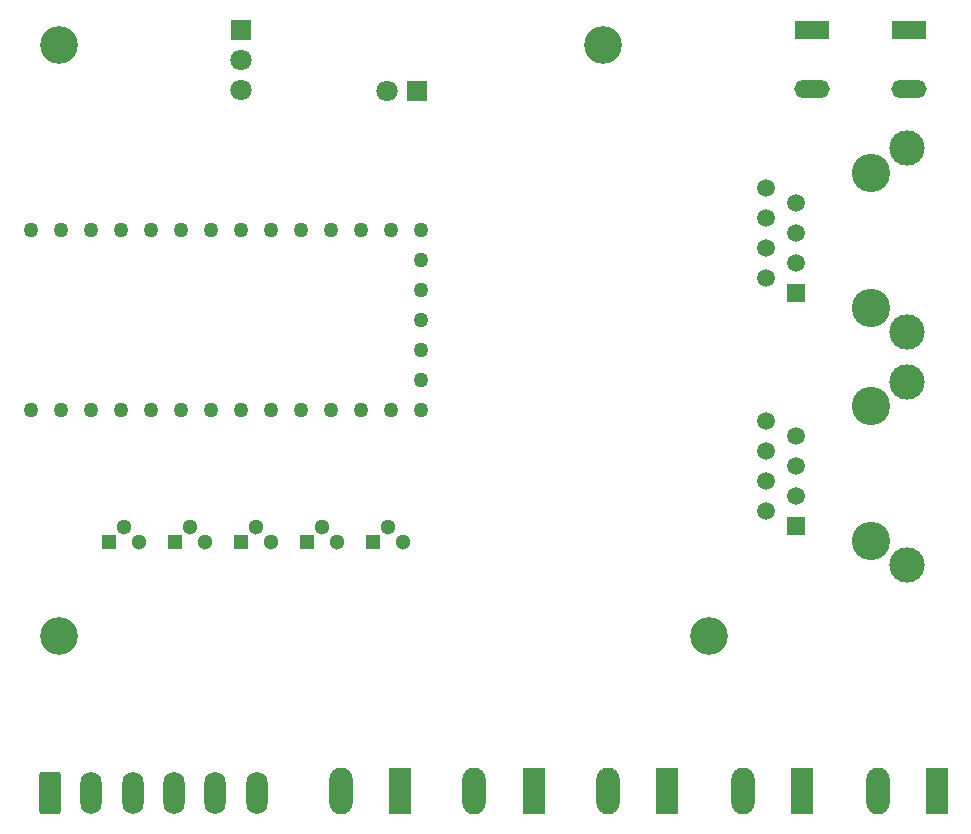
<source format=gbs>
G04 #@! TF.GenerationSoftware,KiCad,Pcbnew,8.0.0*
G04 #@! TF.CreationDate,2024-10-15T09:50:15-05:00*
G04 #@! TF.ProjectId,Rain and Switches Control Board,5261696e-2061-46e6-9420-537769746368,rev?*
G04 #@! TF.SameCoordinates,Original*
G04 #@! TF.FileFunction,Soldermask,Bot*
G04 #@! TF.FilePolarity,Negative*
%FSLAX46Y46*%
G04 Gerber Fmt 4.6, Leading zero omitted, Abs format (unit mm)*
G04 Created by KiCad (PCBNEW 8.0.0) date 2024-10-15 09:50:15*
%MOMM*%
%LPD*%
G01*
G04 APERTURE LIST*
G04 Aperture macros list*
%AMRoundRect*
0 Rectangle with rounded corners*
0 $1 Rounding radius*
0 $2 $3 $4 $5 $6 $7 $8 $9 X,Y pos of 4 corners*
0 Add a 4 corners polygon primitive as box body*
4,1,4,$2,$3,$4,$5,$6,$7,$8,$9,$2,$3,0*
0 Add four circle primitives for the rounded corners*
1,1,$1+$1,$2,$3*
1,1,$1+$1,$4,$5*
1,1,$1+$1,$6,$7*
1,1,$1+$1,$8,$9*
0 Add four rect primitives between the rounded corners*
20,1,$1+$1,$2,$3,$4,$5,0*
20,1,$1+$1,$4,$5,$6,$7,0*
20,1,$1+$1,$6,$7,$8,$9,0*
20,1,$1+$1,$8,$9,$2,$3,0*%
G04 Aperture macros list end*
%ADD10C,3.200000*%
%ADD11R,1.300000X1.300000*%
%ADD12C,1.300000*%
%ADD13RoundRect,0.250000X-0.650000X-1.550000X0.650000X-1.550000X0.650000X1.550000X-0.650000X1.550000X0*%
%ADD14O,1.800000X3.600000*%
%ADD15R,1.800000X1.800000*%
%ADD16C,1.800000*%
%ADD17O,1.980000X3.960000*%
%ADD18R,1.980000X3.960000*%
%ADD19C,3.000000*%
%ADD20C,1.500000*%
%ADD21R,1.500000X1.500000*%
%ADD22C,3.250000*%
%ADD23O,3.000000X1.500000*%
%ADD24R,3.000000X1.500000*%
%ADD25C,1.265000*%
G04 APERTURE END LIST*
D10*
X157096000Y-43428800D03*
X166096000Y-93428800D03*
X111096000Y-43428800D03*
X111096000Y-93428800D03*
D11*
X115261600Y-85504000D03*
D12*
X116531600Y-84234000D03*
X117801600Y-85504000D03*
D11*
X120849600Y-85504000D03*
D12*
X122119600Y-84234000D03*
X123389600Y-85504000D03*
D11*
X126437600Y-85504000D03*
D12*
X127707600Y-84234000D03*
X128977600Y-85504000D03*
D11*
X132025600Y-85504000D03*
D12*
X133295600Y-84234000D03*
X134565600Y-85504000D03*
X140153600Y-85504000D03*
X138883600Y-84234000D03*
D11*
X137613600Y-85504000D03*
D13*
X110296000Y-106703800D03*
D14*
X113796000Y-106703800D03*
X117296000Y-106703800D03*
X120796000Y-106703800D03*
X124296000Y-106703800D03*
X127796000Y-106703800D03*
D15*
X126438600Y-42166600D03*
D16*
X126438600Y-44706600D03*
X126438600Y-47246600D03*
D17*
X157578200Y-106535200D03*
D18*
X162578200Y-106535200D03*
D19*
X182873800Y-52150800D03*
X182873800Y-67690800D03*
D20*
X170933800Y-55475800D03*
X173473800Y-56745800D03*
X170933800Y-58015800D03*
X173473800Y-59285800D03*
X170933800Y-60555800D03*
X173473800Y-61825800D03*
X170933800Y-63095800D03*
D21*
X173473800Y-64365800D03*
D22*
X179823800Y-54205800D03*
X179823800Y-65635800D03*
D16*
X138832800Y-47302400D03*
D15*
X141372800Y-47302400D03*
D23*
X174828800Y-47120800D03*
X183028800Y-47120800D03*
D24*
X174828800Y-42120800D03*
X183028800Y-42120800D03*
D17*
X180378200Y-106535200D03*
D18*
X185378200Y-106535200D03*
D19*
X182888800Y-71920800D03*
X182888800Y-87460800D03*
D20*
X170948800Y-75245800D03*
X173488800Y-76515800D03*
X170948800Y-77785800D03*
X173488800Y-79055800D03*
X170948800Y-80325800D03*
X173488800Y-81595800D03*
X170948800Y-82865800D03*
D21*
X173488800Y-84135800D03*
D22*
X179838800Y-73975800D03*
X179838800Y-85405800D03*
D25*
X108657600Y-59088000D03*
X111197600Y-59088000D03*
X113737600Y-59088000D03*
X116277600Y-59088000D03*
X118817600Y-59088000D03*
X121357600Y-59088000D03*
X123897600Y-59088000D03*
X126437600Y-59088000D03*
X128977600Y-59088000D03*
X131517600Y-59088000D03*
X134057600Y-59088000D03*
X136597600Y-59088000D03*
X139137600Y-59088000D03*
X141677600Y-59088000D03*
X141677600Y-61628000D03*
X141677600Y-64168000D03*
X141677600Y-66708000D03*
X141677600Y-69248000D03*
X141677600Y-71788000D03*
X141677600Y-74328000D03*
X139137600Y-74328000D03*
X136597600Y-74328000D03*
X134057600Y-74328000D03*
X131517600Y-74328000D03*
X128977600Y-74328000D03*
X126437600Y-74328000D03*
X123897600Y-74328000D03*
X121357600Y-74328000D03*
X118817600Y-74328000D03*
X116277600Y-74328000D03*
X113737600Y-74328000D03*
X111197600Y-74328000D03*
X108657600Y-74328000D03*
D17*
X134938200Y-106535200D03*
D18*
X139938200Y-106535200D03*
D17*
X146238200Y-106535200D03*
D18*
X151238200Y-106535200D03*
D17*
X168958200Y-106535200D03*
D18*
X173958200Y-106535200D03*
M02*

</source>
